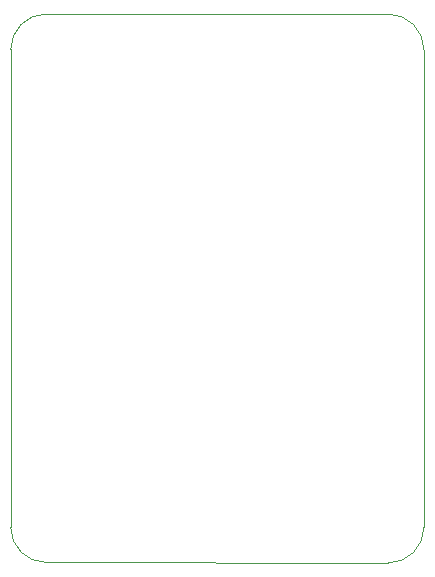
<source format=gbr>
%TF.GenerationSoftware,KiCad,Pcbnew,8.0.8*%
%TF.CreationDate,2025-04-15T16:19:57+05:30*%
%TF.ProjectId,STHDAQ_BX,53544844-4151-45f4-9258-2e6b69636164,rev?*%
%TF.SameCoordinates,Original*%
%TF.FileFunction,Profile,NP*%
%FSLAX46Y46*%
G04 Gerber Fmt 4.6, Leading zero omitted, Abs format (unit mm)*
G04 Created by KiCad (PCBNEW 8.0.8) date 2025-04-15 16:19:57*
%MOMM*%
%LPD*%
G01*
G04 APERTURE LIST*
%TA.AperFunction,Profile*%
%ADD10C,0.050000*%
%TD*%
G04 APERTURE END LIST*
D10*
X173228000Y-127460000D02*
G75*
G02*
X170228000Y-124460000I0J3000000D01*
G01*
X205232000Y-84074000D02*
X205232000Y-124460000D01*
X173228000Y-81026000D02*
X202184000Y-81026000D01*
X202184000Y-127500074D02*
X173228000Y-127460000D01*
X170228000Y-124460000D02*
X170228000Y-84026000D01*
X202184000Y-81026000D02*
G75*
G02*
X205232000Y-84074000I0J-3048000D01*
G01*
X205224074Y-124460000D02*
G75*
G02*
X202184000Y-127500074I-3040074J0D01*
G01*
X170228000Y-84026000D02*
G75*
G02*
X173228000Y-81026000I3000000J0D01*
G01*
M02*

</source>
